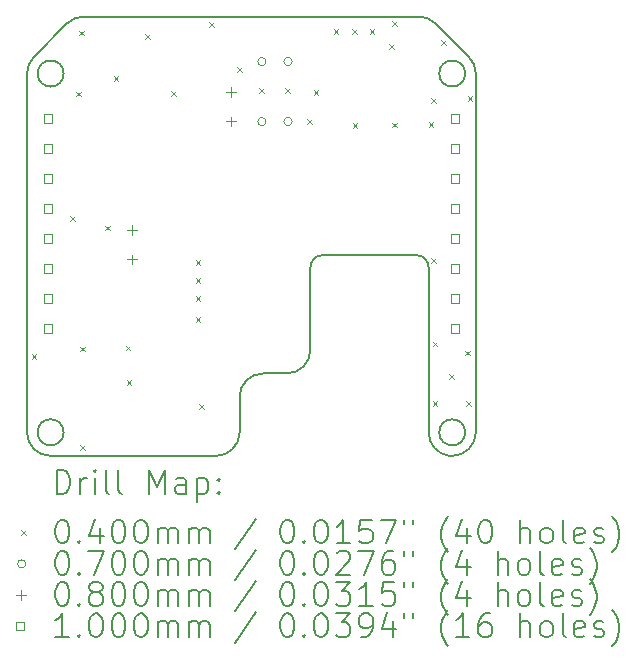
<source format=gbr>
%TF.GenerationSoftware,KiCad,Pcbnew,7.0.11*%
%TF.CreationDate,2025-01-20T01:33:55+09:00*%
%TF.ProjectId,VoltageBooster,566f6c74-6167-4654-926f-6f737465722e,rev?*%
%TF.SameCoordinates,Original*%
%TF.FileFunction,Drillmap*%
%TF.FilePolarity,Positive*%
%FSLAX45Y45*%
G04 Gerber Fmt 4.5, Leading zero omitted, Abs format (unit mm)*
G04 Created by KiCad (PCBNEW 7.0.11) date 2025-01-20 01:33:55*
%MOMM*%
%LPD*%
G01*
G04 APERTURE LIST*
%ADD10C,0.200000*%
%ADD11C,0.100000*%
G04 APERTURE END LIST*
D10*
X17135000Y-11673258D02*
X17135000Y-8636000D01*
X17045000Y-11673258D02*
G75*
G03*
X16825000Y-11673258I-110000J0D01*
G01*
X16825000Y-11673258D02*
G75*
G03*
X17045000Y-11673258I110000J0D01*
G01*
X13676421Y-8211736D02*
X13393579Y-8494579D01*
X16735003Y-11674517D02*
G75*
G03*
X16912600Y-11873258I199997J-3D01*
G01*
X17135000Y-8636000D02*
G75*
G03*
X17076421Y-8494579I-200000J0D01*
G01*
X15835000Y-10174517D02*
X16635000Y-10174517D01*
X15535000Y-11174520D02*
G75*
G03*
X15735000Y-10974517I0J200000D01*
G01*
X13817843Y-8153160D02*
G75*
G03*
X13676421Y-8211736I-3J-200000D01*
G01*
X16652157Y-8153157D02*
X13817843Y-8153157D01*
X13335000Y-8636000D02*
X13335000Y-11673258D01*
X14935000Y-11873260D02*
G75*
G03*
X15135000Y-11673258I0J200000D01*
G01*
X17076421Y-8494579D02*
X16793579Y-8211736D01*
X17045000Y-8636000D02*
G75*
G03*
X16825000Y-8636000I-110000J0D01*
G01*
X16825000Y-8636000D02*
G75*
G03*
X17045000Y-8636000I110000J0D01*
G01*
X16912600Y-11873258D02*
X16935000Y-11873258D01*
X16735003Y-10274517D02*
G75*
G03*
X16635000Y-10174517I-100003J-3D01*
G01*
X16935000Y-11873260D02*
G75*
G03*
X17135000Y-11673258I0J200000D01*
G01*
X13393579Y-8494579D02*
G75*
G03*
X13335000Y-8636000I141421J-141421D01*
G01*
X16793581Y-8211734D02*
G75*
G03*
X16652157Y-8153157I-141421J-141426D01*
G01*
X16735000Y-10274517D02*
X16735000Y-11674517D01*
X13645000Y-8636000D02*
G75*
G03*
X13425000Y-8636000I-110000J0D01*
G01*
X13425000Y-8636000D02*
G75*
G03*
X13645000Y-8636000I110000J0D01*
G01*
X15335000Y-11174517D02*
X15535000Y-11174517D01*
X15135000Y-11673258D02*
X15135000Y-11374517D01*
X15735000Y-10974517D02*
X15735000Y-10274517D01*
X13535000Y-11873258D02*
X14935000Y-11873258D01*
X13335002Y-11673258D02*
G75*
G03*
X13535000Y-11873258I199998J-2D01*
G01*
X15835000Y-10174520D02*
G75*
G03*
X15735000Y-10274517I0J-100000D01*
G01*
X13645000Y-11673258D02*
G75*
G03*
X13425000Y-11673258I-110000J0D01*
G01*
X13425000Y-11673258D02*
G75*
G03*
X13645000Y-11673258I110000J0D01*
G01*
X15335000Y-11174520D02*
G75*
G03*
X15135000Y-11374517I0J-200000D01*
G01*
D11*
X13374000Y-11011000D02*
X13414000Y-11051000D01*
X13414000Y-11011000D02*
X13374000Y-11051000D01*
X13700000Y-9841000D02*
X13740000Y-9881000D01*
X13740000Y-9841000D02*
X13700000Y-9881000D01*
X13751000Y-8790000D02*
X13791000Y-8830000D01*
X13791000Y-8790000D02*
X13751000Y-8830000D01*
X13777000Y-8273000D02*
X13817000Y-8313000D01*
X13817000Y-8273000D02*
X13777000Y-8313000D01*
X13783000Y-10949000D02*
X13823000Y-10989000D01*
X13823000Y-10949000D02*
X13783000Y-10989000D01*
X13784000Y-11783000D02*
X13824000Y-11823000D01*
X13824000Y-11783000D02*
X13784000Y-11823000D01*
X13998000Y-9923000D02*
X14038000Y-9963000D01*
X14038000Y-9923000D02*
X13998000Y-9963000D01*
X14069000Y-8656000D02*
X14109000Y-8696000D01*
X14109000Y-8656000D02*
X14069000Y-8696000D01*
X14170000Y-10939000D02*
X14210000Y-10979000D01*
X14210000Y-10939000D02*
X14170000Y-10979000D01*
X14178600Y-11232200D02*
X14218600Y-11272200D01*
X14218600Y-11232200D02*
X14178600Y-11272200D01*
X14333000Y-8303000D02*
X14373000Y-8343000D01*
X14373000Y-8303000D02*
X14333000Y-8343000D01*
X14558000Y-8783000D02*
X14598000Y-8823000D01*
X14598000Y-8783000D02*
X14558000Y-8823000D01*
X14762800Y-10216200D02*
X14802800Y-10256200D01*
X14802800Y-10216200D02*
X14762800Y-10256200D01*
X14762800Y-10368600D02*
X14802800Y-10408600D01*
X14802800Y-10368600D02*
X14762800Y-10408600D01*
X14762800Y-10521000D02*
X14802800Y-10561000D01*
X14802800Y-10521000D02*
X14762800Y-10561000D01*
X14762800Y-10698800D02*
X14802800Y-10738800D01*
X14802800Y-10698800D02*
X14762800Y-10738800D01*
X14791000Y-11437000D02*
X14831000Y-11477000D01*
X14831000Y-11437000D02*
X14791000Y-11477000D01*
X14879000Y-8201000D02*
X14919000Y-8241000D01*
X14919000Y-8201000D02*
X14879000Y-8241000D01*
X15114000Y-8580000D02*
X15154000Y-8620000D01*
X15154000Y-8580000D02*
X15114000Y-8620000D01*
X15301000Y-8761000D02*
X15341000Y-8801000D01*
X15341000Y-8761000D02*
X15301000Y-8801000D01*
X15522000Y-8762000D02*
X15562000Y-8802000D01*
X15562000Y-8762000D02*
X15522000Y-8802000D01*
X15706000Y-9024000D02*
X15746000Y-9064000D01*
X15746000Y-9024000D02*
X15706000Y-9064000D01*
X15762000Y-8779000D02*
X15802000Y-8819000D01*
X15802000Y-8779000D02*
X15762000Y-8819000D01*
X15931200Y-8260400D02*
X15971200Y-8300400D01*
X15971200Y-8260400D02*
X15931200Y-8300400D01*
X16087400Y-8260400D02*
X16127400Y-8300400D01*
X16127400Y-8260400D02*
X16087400Y-8300400D01*
X16093000Y-9053000D02*
X16133000Y-9093000D01*
X16133000Y-9053000D02*
X16093000Y-9093000D01*
X16236000Y-8260400D02*
X16276000Y-8300400D01*
X16276000Y-8260400D02*
X16236000Y-8300400D01*
X16403000Y-8389000D02*
X16443000Y-8429000D01*
X16443000Y-8389000D02*
X16403000Y-8429000D01*
X16424000Y-9051000D02*
X16464000Y-9091000D01*
X16464000Y-9051000D02*
X16424000Y-9091000D01*
X16426000Y-8194000D02*
X16466000Y-8234000D01*
X16466000Y-8194000D02*
X16426000Y-8234000D01*
X16736000Y-9050000D02*
X16776000Y-9090000D01*
X16776000Y-9050000D02*
X16736000Y-9090000D01*
X16757000Y-10199000D02*
X16797000Y-10239000D01*
X16797000Y-10199000D02*
X16757000Y-10239000D01*
X16759000Y-8847000D02*
X16799000Y-8887000D01*
X16799000Y-8847000D02*
X16759000Y-8887000D01*
X16769000Y-11409000D02*
X16809000Y-11449000D01*
X16809000Y-11409000D02*
X16769000Y-11449000D01*
X16770000Y-10906000D02*
X16810000Y-10946000D01*
X16810000Y-10906000D02*
X16770000Y-10946000D01*
X16843000Y-8351000D02*
X16883000Y-8391000D01*
X16883000Y-8351000D02*
X16843000Y-8391000D01*
X16911000Y-11178000D02*
X16951000Y-11218000D01*
X16951000Y-11178000D02*
X16911000Y-11218000D01*
X17047000Y-10982000D02*
X17087000Y-11022000D01*
X17087000Y-10982000D02*
X17047000Y-11022000D01*
X17056000Y-11411000D02*
X17096000Y-11451000D01*
X17096000Y-11411000D02*
X17056000Y-11451000D01*
X17066000Y-8826000D02*
X17106000Y-8866000D01*
X17106000Y-8826000D02*
X17066000Y-8866000D01*
X15358800Y-8534900D02*
G75*
G03*
X15288800Y-8534900I-35000J0D01*
G01*
X15288800Y-8534900D02*
G75*
G03*
X15358800Y-8534900I35000J0D01*
G01*
X15358800Y-9042900D02*
G75*
G03*
X15288800Y-9042900I-35000J0D01*
G01*
X15288800Y-9042900D02*
G75*
G03*
X15358800Y-9042900I35000J0D01*
G01*
X15579800Y-8534400D02*
G75*
G03*
X15509800Y-8534400I-35000J0D01*
G01*
X15509800Y-8534400D02*
G75*
G03*
X15579800Y-8534400I35000J0D01*
G01*
X15579800Y-9042400D02*
G75*
G03*
X15509800Y-9042400I-35000J0D01*
G01*
X15509800Y-9042400D02*
G75*
G03*
X15579800Y-9042400I35000J0D01*
G01*
X14224000Y-9918800D02*
X14224000Y-9998800D01*
X14184000Y-9958800D02*
X14264000Y-9958800D01*
X14224000Y-10168800D02*
X14224000Y-10248800D01*
X14184000Y-10208800D02*
X14264000Y-10208800D01*
X15062200Y-8750400D02*
X15062200Y-8830400D01*
X15022200Y-8790400D02*
X15102200Y-8790400D01*
X15062200Y-9000400D02*
X15062200Y-9080400D01*
X15022200Y-9040400D02*
X15102200Y-9040400D01*
X13548156Y-9052356D02*
X13548156Y-8981644D01*
X13477444Y-8981644D01*
X13477444Y-9052356D01*
X13548156Y-9052356D01*
X13548156Y-9306356D02*
X13548156Y-9235644D01*
X13477444Y-9235644D01*
X13477444Y-9306356D01*
X13548156Y-9306356D01*
X13548156Y-9560356D02*
X13548156Y-9489644D01*
X13477444Y-9489644D01*
X13477444Y-9560356D01*
X13548156Y-9560356D01*
X13548156Y-9814356D02*
X13548156Y-9743644D01*
X13477444Y-9743644D01*
X13477444Y-9814356D01*
X13548156Y-9814356D01*
X13548156Y-10068356D02*
X13548156Y-9997644D01*
X13477444Y-9997644D01*
X13477444Y-10068356D01*
X13548156Y-10068356D01*
X13548156Y-10322356D02*
X13548156Y-10251644D01*
X13477444Y-10251644D01*
X13477444Y-10322356D01*
X13548156Y-10322356D01*
X13548156Y-10576356D02*
X13548156Y-10505644D01*
X13477444Y-10505644D01*
X13477444Y-10576356D01*
X13548156Y-10576356D01*
X13548156Y-10830356D02*
X13548156Y-10759644D01*
X13477444Y-10759644D01*
X13477444Y-10830356D01*
X13548156Y-10830356D01*
X16992356Y-9052356D02*
X16992356Y-8981644D01*
X16921644Y-8981644D01*
X16921644Y-9052356D01*
X16992356Y-9052356D01*
X16992356Y-9306356D02*
X16992356Y-9235644D01*
X16921644Y-9235644D01*
X16921644Y-9306356D01*
X16992356Y-9306356D01*
X16992356Y-9560356D02*
X16992356Y-9489644D01*
X16921644Y-9489644D01*
X16921644Y-9560356D01*
X16992356Y-9560356D01*
X16992356Y-9814356D02*
X16992356Y-9743644D01*
X16921644Y-9743644D01*
X16921644Y-9814356D01*
X16992356Y-9814356D01*
X16992356Y-10068356D02*
X16992356Y-9997644D01*
X16921644Y-9997644D01*
X16921644Y-10068356D01*
X16992356Y-10068356D01*
X16992356Y-10322356D02*
X16992356Y-10251644D01*
X16921644Y-10251644D01*
X16921644Y-10322356D01*
X16992356Y-10322356D01*
X16992356Y-10576356D02*
X16992356Y-10505644D01*
X16921644Y-10505644D01*
X16921644Y-10576356D01*
X16992356Y-10576356D01*
X16992356Y-10830356D02*
X16992356Y-10759644D01*
X16921644Y-10759644D01*
X16921644Y-10830356D01*
X16992356Y-10830356D01*
D10*
X13585777Y-12194742D02*
X13585777Y-11994742D01*
X13585777Y-11994742D02*
X13633396Y-11994742D01*
X13633396Y-11994742D02*
X13661967Y-12004266D01*
X13661967Y-12004266D02*
X13681015Y-12023314D01*
X13681015Y-12023314D02*
X13690539Y-12042361D01*
X13690539Y-12042361D02*
X13700062Y-12080456D01*
X13700062Y-12080456D02*
X13700062Y-12109028D01*
X13700062Y-12109028D02*
X13690539Y-12147123D01*
X13690539Y-12147123D02*
X13681015Y-12166171D01*
X13681015Y-12166171D02*
X13661967Y-12185218D01*
X13661967Y-12185218D02*
X13633396Y-12194742D01*
X13633396Y-12194742D02*
X13585777Y-12194742D01*
X13785777Y-12194742D02*
X13785777Y-12061409D01*
X13785777Y-12099504D02*
X13795301Y-12080456D01*
X13795301Y-12080456D02*
X13804824Y-12070933D01*
X13804824Y-12070933D02*
X13823872Y-12061409D01*
X13823872Y-12061409D02*
X13842920Y-12061409D01*
X13909586Y-12194742D02*
X13909586Y-12061409D01*
X13909586Y-11994742D02*
X13900062Y-12004266D01*
X13900062Y-12004266D02*
X13909586Y-12013790D01*
X13909586Y-12013790D02*
X13919110Y-12004266D01*
X13919110Y-12004266D02*
X13909586Y-11994742D01*
X13909586Y-11994742D02*
X13909586Y-12013790D01*
X14033396Y-12194742D02*
X14014348Y-12185218D01*
X14014348Y-12185218D02*
X14004824Y-12166171D01*
X14004824Y-12166171D02*
X14004824Y-11994742D01*
X14138158Y-12194742D02*
X14119110Y-12185218D01*
X14119110Y-12185218D02*
X14109586Y-12166171D01*
X14109586Y-12166171D02*
X14109586Y-11994742D01*
X14366729Y-12194742D02*
X14366729Y-11994742D01*
X14366729Y-11994742D02*
X14433396Y-12137599D01*
X14433396Y-12137599D02*
X14500062Y-11994742D01*
X14500062Y-11994742D02*
X14500062Y-12194742D01*
X14681015Y-12194742D02*
X14681015Y-12089980D01*
X14681015Y-12089980D02*
X14671491Y-12070933D01*
X14671491Y-12070933D02*
X14652443Y-12061409D01*
X14652443Y-12061409D02*
X14614348Y-12061409D01*
X14614348Y-12061409D02*
X14595301Y-12070933D01*
X14681015Y-12185218D02*
X14661967Y-12194742D01*
X14661967Y-12194742D02*
X14614348Y-12194742D01*
X14614348Y-12194742D02*
X14595301Y-12185218D01*
X14595301Y-12185218D02*
X14585777Y-12166171D01*
X14585777Y-12166171D02*
X14585777Y-12147123D01*
X14585777Y-12147123D02*
X14595301Y-12128075D01*
X14595301Y-12128075D02*
X14614348Y-12118552D01*
X14614348Y-12118552D02*
X14661967Y-12118552D01*
X14661967Y-12118552D02*
X14681015Y-12109028D01*
X14776253Y-12061409D02*
X14776253Y-12261409D01*
X14776253Y-12070933D02*
X14795301Y-12061409D01*
X14795301Y-12061409D02*
X14833396Y-12061409D01*
X14833396Y-12061409D02*
X14852443Y-12070933D01*
X14852443Y-12070933D02*
X14861967Y-12080456D01*
X14861967Y-12080456D02*
X14871491Y-12099504D01*
X14871491Y-12099504D02*
X14871491Y-12156647D01*
X14871491Y-12156647D02*
X14861967Y-12175694D01*
X14861967Y-12175694D02*
X14852443Y-12185218D01*
X14852443Y-12185218D02*
X14833396Y-12194742D01*
X14833396Y-12194742D02*
X14795301Y-12194742D01*
X14795301Y-12194742D02*
X14776253Y-12185218D01*
X14957205Y-12175694D02*
X14966729Y-12185218D01*
X14966729Y-12185218D02*
X14957205Y-12194742D01*
X14957205Y-12194742D02*
X14947682Y-12185218D01*
X14947682Y-12185218D02*
X14957205Y-12175694D01*
X14957205Y-12175694D02*
X14957205Y-12194742D01*
X14957205Y-12070933D02*
X14966729Y-12080456D01*
X14966729Y-12080456D02*
X14957205Y-12089980D01*
X14957205Y-12089980D02*
X14947682Y-12080456D01*
X14947682Y-12080456D02*
X14957205Y-12070933D01*
X14957205Y-12070933D02*
X14957205Y-12089980D01*
D11*
X13285000Y-12503258D02*
X13325000Y-12543258D01*
X13325000Y-12503258D02*
X13285000Y-12543258D01*
D10*
X13623872Y-12414742D02*
X13642920Y-12414742D01*
X13642920Y-12414742D02*
X13661967Y-12424266D01*
X13661967Y-12424266D02*
X13671491Y-12433790D01*
X13671491Y-12433790D02*
X13681015Y-12452837D01*
X13681015Y-12452837D02*
X13690539Y-12490933D01*
X13690539Y-12490933D02*
X13690539Y-12538552D01*
X13690539Y-12538552D02*
X13681015Y-12576647D01*
X13681015Y-12576647D02*
X13671491Y-12595694D01*
X13671491Y-12595694D02*
X13661967Y-12605218D01*
X13661967Y-12605218D02*
X13642920Y-12614742D01*
X13642920Y-12614742D02*
X13623872Y-12614742D01*
X13623872Y-12614742D02*
X13604824Y-12605218D01*
X13604824Y-12605218D02*
X13595301Y-12595694D01*
X13595301Y-12595694D02*
X13585777Y-12576647D01*
X13585777Y-12576647D02*
X13576253Y-12538552D01*
X13576253Y-12538552D02*
X13576253Y-12490933D01*
X13576253Y-12490933D02*
X13585777Y-12452837D01*
X13585777Y-12452837D02*
X13595301Y-12433790D01*
X13595301Y-12433790D02*
X13604824Y-12424266D01*
X13604824Y-12424266D02*
X13623872Y-12414742D01*
X13776253Y-12595694D02*
X13785777Y-12605218D01*
X13785777Y-12605218D02*
X13776253Y-12614742D01*
X13776253Y-12614742D02*
X13766729Y-12605218D01*
X13766729Y-12605218D02*
X13776253Y-12595694D01*
X13776253Y-12595694D02*
X13776253Y-12614742D01*
X13957205Y-12481409D02*
X13957205Y-12614742D01*
X13909586Y-12405218D02*
X13861967Y-12548075D01*
X13861967Y-12548075D02*
X13985777Y-12548075D01*
X14100062Y-12414742D02*
X14119110Y-12414742D01*
X14119110Y-12414742D02*
X14138158Y-12424266D01*
X14138158Y-12424266D02*
X14147682Y-12433790D01*
X14147682Y-12433790D02*
X14157205Y-12452837D01*
X14157205Y-12452837D02*
X14166729Y-12490933D01*
X14166729Y-12490933D02*
X14166729Y-12538552D01*
X14166729Y-12538552D02*
X14157205Y-12576647D01*
X14157205Y-12576647D02*
X14147682Y-12595694D01*
X14147682Y-12595694D02*
X14138158Y-12605218D01*
X14138158Y-12605218D02*
X14119110Y-12614742D01*
X14119110Y-12614742D02*
X14100062Y-12614742D01*
X14100062Y-12614742D02*
X14081015Y-12605218D01*
X14081015Y-12605218D02*
X14071491Y-12595694D01*
X14071491Y-12595694D02*
X14061967Y-12576647D01*
X14061967Y-12576647D02*
X14052443Y-12538552D01*
X14052443Y-12538552D02*
X14052443Y-12490933D01*
X14052443Y-12490933D02*
X14061967Y-12452837D01*
X14061967Y-12452837D02*
X14071491Y-12433790D01*
X14071491Y-12433790D02*
X14081015Y-12424266D01*
X14081015Y-12424266D02*
X14100062Y-12414742D01*
X14290539Y-12414742D02*
X14309586Y-12414742D01*
X14309586Y-12414742D02*
X14328634Y-12424266D01*
X14328634Y-12424266D02*
X14338158Y-12433790D01*
X14338158Y-12433790D02*
X14347682Y-12452837D01*
X14347682Y-12452837D02*
X14357205Y-12490933D01*
X14357205Y-12490933D02*
X14357205Y-12538552D01*
X14357205Y-12538552D02*
X14347682Y-12576647D01*
X14347682Y-12576647D02*
X14338158Y-12595694D01*
X14338158Y-12595694D02*
X14328634Y-12605218D01*
X14328634Y-12605218D02*
X14309586Y-12614742D01*
X14309586Y-12614742D02*
X14290539Y-12614742D01*
X14290539Y-12614742D02*
X14271491Y-12605218D01*
X14271491Y-12605218D02*
X14261967Y-12595694D01*
X14261967Y-12595694D02*
X14252443Y-12576647D01*
X14252443Y-12576647D02*
X14242920Y-12538552D01*
X14242920Y-12538552D02*
X14242920Y-12490933D01*
X14242920Y-12490933D02*
X14252443Y-12452837D01*
X14252443Y-12452837D02*
X14261967Y-12433790D01*
X14261967Y-12433790D02*
X14271491Y-12424266D01*
X14271491Y-12424266D02*
X14290539Y-12414742D01*
X14442920Y-12614742D02*
X14442920Y-12481409D01*
X14442920Y-12500456D02*
X14452443Y-12490933D01*
X14452443Y-12490933D02*
X14471491Y-12481409D01*
X14471491Y-12481409D02*
X14500063Y-12481409D01*
X14500063Y-12481409D02*
X14519110Y-12490933D01*
X14519110Y-12490933D02*
X14528634Y-12509980D01*
X14528634Y-12509980D02*
X14528634Y-12614742D01*
X14528634Y-12509980D02*
X14538158Y-12490933D01*
X14538158Y-12490933D02*
X14557205Y-12481409D01*
X14557205Y-12481409D02*
X14585777Y-12481409D01*
X14585777Y-12481409D02*
X14604824Y-12490933D01*
X14604824Y-12490933D02*
X14614348Y-12509980D01*
X14614348Y-12509980D02*
X14614348Y-12614742D01*
X14709586Y-12614742D02*
X14709586Y-12481409D01*
X14709586Y-12500456D02*
X14719110Y-12490933D01*
X14719110Y-12490933D02*
X14738158Y-12481409D01*
X14738158Y-12481409D02*
X14766729Y-12481409D01*
X14766729Y-12481409D02*
X14785777Y-12490933D01*
X14785777Y-12490933D02*
X14795301Y-12509980D01*
X14795301Y-12509980D02*
X14795301Y-12614742D01*
X14795301Y-12509980D02*
X14804824Y-12490933D01*
X14804824Y-12490933D02*
X14823872Y-12481409D01*
X14823872Y-12481409D02*
X14852443Y-12481409D01*
X14852443Y-12481409D02*
X14871491Y-12490933D01*
X14871491Y-12490933D02*
X14881015Y-12509980D01*
X14881015Y-12509980D02*
X14881015Y-12614742D01*
X15271491Y-12405218D02*
X15100063Y-12662361D01*
X15528634Y-12414742D02*
X15547682Y-12414742D01*
X15547682Y-12414742D02*
X15566729Y-12424266D01*
X15566729Y-12424266D02*
X15576253Y-12433790D01*
X15576253Y-12433790D02*
X15585777Y-12452837D01*
X15585777Y-12452837D02*
X15595301Y-12490933D01*
X15595301Y-12490933D02*
X15595301Y-12538552D01*
X15595301Y-12538552D02*
X15585777Y-12576647D01*
X15585777Y-12576647D02*
X15576253Y-12595694D01*
X15576253Y-12595694D02*
X15566729Y-12605218D01*
X15566729Y-12605218D02*
X15547682Y-12614742D01*
X15547682Y-12614742D02*
X15528634Y-12614742D01*
X15528634Y-12614742D02*
X15509586Y-12605218D01*
X15509586Y-12605218D02*
X15500063Y-12595694D01*
X15500063Y-12595694D02*
X15490539Y-12576647D01*
X15490539Y-12576647D02*
X15481015Y-12538552D01*
X15481015Y-12538552D02*
X15481015Y-12490933D01*
X15481015Y-12490933D02*
X15490539Y-12452837D01*
X15490539Y-12452837D02*
X15500063Y-12433790D01*
X15500063Y-12433790D02*
X15509586Y-12424266D01*
X15509586Y-12424266D02*
X15528634Y-12414742D01*
X15681015Y-12595694D02*
X15690539Y-12605218D01*
X15690539Y-12605218D02*
X15681015Y-12614742D01*
X15681015Y-12614742D02*
X15671491Y-12605218D01*
X15671491Y-12605218D02*
X15681015Y-12595694D01*
X15681015Y-12595694D02*
X15681015Y-12614742D01*
X15814348Y-12414742D02*
X15833396Y-12414742D01*
X15833396Y-12414742D02*
X15852444Y-12424266D01*
X15852444Y-12424266D02*
X15861967Y-12433790D01*
X15861967Y-12433790D02*
X15871491Y-12452837D01*
X15871491Y-12452837D02*
X15881015Y-12490933D01*
X15881015Y-12490933D02*
X15881015Y-12538552D01*
X15881015Y-12538552D02*
X15871491Y-12576647D01*
X15871491Y-12576647D02*
X15861967Y-12595694D01*
X15861967Y-12595694D02*
X15852444Y-12605218D01*
X15852444Y-12605218D02*
X15833396Y-12614742D01*
X15833396Y-12614742D02*
X15814348Y-12614742D01*
X15814348Y-12614742D02*
X15795301Y-12605218D01*
X15795301Y-12605218D02*
X15785777Y-12595694D01*
X15785777Y-12595694D02*
X15776253Y-12576647D01*
X15776253Y-12576647D02*
X15766729Y-12538552D01*
X15766729Y-12538552D02*
X15766729Y-12490933D01*
X15766729Y-12490933D02*
X15776253Y-12452837D01*
X15776253Y-12452837D02*
X15785777Y-12433790D01*
X15785777Y-12433790D02*
X15795301Y-12424266D01*
X15795301Y-12424266D02*
X15814348Y-12414742D01*
X16071491Y-12614742D02*
X15957206Y-12614742D01*
X16014348Y-12614742D02*
X16014348Y-12414742D01*
X16014348Y-12414742D02*
X15995301Y-12443314D01*
X15995301Y-12443314D02*
X15976253Y-12462361D01*
X15976253Y-12462361D02*
X15957206Y-12471885D01*
X16252444Y-12414742D02*
X16157206Y-12414742D01*
X16157206Y-12414742D02*
X16147682Y-12509980D01*
X16147682Y-12509980D02*
X16157206Y-12500456D01*
X16157206Y-12500456D02*
X16176253Y-12490933D01*
X16176253Y-12490933D02*
X16223872Y-12490933D01*
X16223872Y-12490933D02*
X16242920Y-12500456D01*
X16242920Y-12500456D02*
X16252444Y-12509980D01*
X16252444Y-12509980D02*
X16261967Y-12529028D01*
X16261967Y-12529028D02*
X16261967Y-12576647D01*
X16261967Y-12576647D02*
X16252444Y-12595694D01*
X16252444Y-12595694D02*
X16242920Y-12605218D01*
X16242920Y-12605218D02*
X16223872Y-12614742D01*
X16223872Y-12614742D02*
X16176253Y-12614742D01*
X16176253Y-12614742D02*
X16157206Y-12605218D01*
X16157206Y-12605218D02*
X16147682Y-12595694D01*
X16328634Y-12414742D02*
X16461967Y-12414742D01*
X16461967Y-12414742D02*
X16376253Y-12614742D01*
X16528634Y-12414742D02*
X16528634Y-12452837D01*
X16604825Y-12414742D02*
X16604825Y-12452837D01*
X16900063Y-12690933D02*
X16890539Y-12681409D01*
X16890539Y-12681409D02*
X16871491Y-12652837D01*
X16871491Y-12652837D02*
X16861968Y-12633790D01*
X16861968Y-12633790D02*
X16852444Y-12605218D01*
X16852444Y-12605218D02*
X16842920Y-12557599D01*
X16842920Y-12557599D02*
X16842920Y-12519504D01*
X16842920Y-12519504D02*
X16852444Y-12471885D01*
X16852444Y-12471885D02*
X16861968Y-12443314D01*
X16861968Y-12443314D02*
X16871491Y-12424266D01*
X16871491Y-12424266D02*
X16890539Y-12395694D01*
X16890539Y-12395694D02*
X16900063Y-12386171D01*
X17061968Y-12481409D02*
X17061968Y-12614742D01*
X17014349Y-12405218D02*
X16966730Y-12548075D01*
X16966730Y-12548075D02*
X17090539Y-12548075D01*
X17204825Y-12414742D02*
X17223872Y-12414742D01*
X17223872Y-12414742D02*
X17242920Y-12424266D01*
X17242920Y-12424266D02*
X17252444Y-12433790D01*
X17252444Y-12433790D02*
X17261968Y-12452837D01*
X17261968Y-12452837D02*
X17271491Y-12490933D01*
X17271491Y-12490933D02*
X17271491Y-12538552D01*
X17271491Y-12538552D02*
X17261968Y-12576647D01*
X17261968Y-12576647D02*
X17252444Y-12595694D01*
X17252444Y-12595694D02*
X17242920Y-12605218D01*
X17242920Y-12605218D02*
X17223872Y-12614742D01*
X17223872Y-12614742D02*
X17204825Y-12614742D01*
X17204825Y-12614742D02*
X17185777Y-12605218D01*
X17185777Y-12605218D02*
X17176253Y-12595694D01*
X17176253Y-12595694D02*
X17166730Y-12576647D01*
X17166730Y-12576647D02*
X17157206Y-12538552D01*
X17157206Y-12538552D02*
X17157206Y-12490933D01*
X17157206Y-12490933D02*
X17166730Y-12452837D01*
X17166730Y-12452837D02*
X17176253Y-12433790D01*
X17176253Y-12433790D02*
X17185777Y-12424266D01*
X17185777Y-12424266D02*
X17204825Y-12414742D01*
X17509587Y-12614742D02*
X17509587Y-12414742D01*
X17595301Y-12614742D02*
X17595301Y-12509980D01*
X17595301Y-12509980D02*
X17585777Y-12490933D01*
X17585777Y-12490933D02*
X17566730Y-12481409D01*
X17566730Y-12481409D02*
X17538158Y-12481409D01*
X17538158Y-12481409D02*
X17519111Y-12490933D01*
X17519111Y-12490933D02*
X17509587Y-12500456D01*
X17719111Y-12614742D02*
X17700063Y-12605218D01*
X17700063Y-12605218D02*
X17690539Y-12595694D01*
X17690539Y-12595694D02*
X17681015Y-12576647D01*
X17681015Y-12576647D02*
X17681015Y-12519504D01*
X17681015Y-12519504D02*
X17690539Y-12500456D01*
X17690539Y-12500456D02*
X17700063Y-12490933D01*
X17700063Y-12490933D02*
X17719111Y-12481409D01*
X17719111Y-12481409D02*
X17747682Y-12481409D01*
X17747682Y-12481409D02*
X17766730Y-12490933D01*
X17766730Y-12490933D02*
X17776253Y-12500456D01*
X17776253Y-12500456D02*
X17785777Y-12519504D01*
X17785777Y-12519504D02*
X17785777Y-12576647D01*
X17785777Y-12576647D02*
X17776253Y-12595694D01*
X17776253Y-12595694D02*
X17766730Y-12605218D01*
X17766730Y-12605218D02*
X17747682Y-12614742D01*
X17747682Y-12614742D02*
X17719111Y-12614742D01*
X17900063Y-12614742D02*
X17881015Y-12605218D01*
X17881015Y-12605218D02*
X17871492Y-12586171D01*
X17871492Y-12586171D02*
X17871492Y-12414742D01*
X18052444Y-12605218D02*
X18033396Y-12614742D01*
X18033396Y-12614742D02*
X17995301Y-12614742D01*
X17995301Y-12614742D02*
X17976253Y-12605218D01*
X17976253Y-12605218D02*
X17966730Y-12586171D01*
X17966730Y-12586171D02*
X17966730Y-12509980D01*
X17966730Y-12509980D02*
X17976253Y-12490933D01*
X17976253Y-12490933D02*
X17995301Y-12481409D01*
X17995301Y-12481409D02*
X18033396Y-12481409D01*
X18033396Y-12481409D02*
X18052444Y-12490933D01*
X18052444Y-12490933D02*
X18061968Y-12509980D01*
X18061968Y-12509980D02*
X18061968Y-12529028D01*
X18061968Y-12529028D02*
X17966730Y-12548075D01*
X18138158Y-12605218D02*
X18157206Y-12614742D01*
X18157206Y-12614742D02*
X18195301Y-12614742D01*
X18195301Y-12614742D02*
X18214349Y-12605218D01*
X18214349Y-12605218D02*
X18223873Y-12586171D01*
X18223873Y-12586171D02*
X18223873Y-12576647D01*
X18223873Y-12576647D02*
X18214349Y-12557599D01*
X18214349Y-12557599D02*
X18195301Y-12548075D01*
X18195301Y-12548075D02*
X18166730Y-12548075D01*
X18166730Y-12548075D02*
X18147682Y-12538552D01*
X18147682Y-12538552D02*
X18138158Y-12519504D01*
X18138158Y-12519504D02*
X18138158Y-12509980D01*
X18138158Y-12509980D02*
X18147682Y-12490933D01*
X18147682Y-12490933D02*
X18166730Y-12481409D01*
X18166730Y-12481409D02*
X18195301Y-12481409D01*
X18195301Y-12481409D02*
X18214349Y-12490933D01*
X18290539Y-12690933D02*
X18300063Y-12681409D01*
X18300063Y-12681409D02*
X18319111Y-12652837D01*
X18319111Y-12652837D02*
X18328634Y-12633790D01*
X18328634Y-12633790D02*
X18338158Y-12605218D01*
X18338158Y-12605218D02*
X18347682Y-12557599D01*
X18347682Y-12557599D02*
X18347682Y-12519504D01*
X18347682Y-12519504D02*
X18338158Y-12471885D01*
X18338158Y-12471885D02*
X18328634Y-12443314D01*
X18328634Y-12443314D02*
X18319111Y-12424266D01*
X18319111Y-12424266D02*
X18300063Y-12395694D01*
X18300063Y-12395694D02*
X18290539Y-12386171D01*
D11*
X13325000Y-12787258D02*
G75*
G03*
X13255000Y-12787258I-35000J0D01*
G01*
X13255000Y-12787258D02*
G75*
G03*
X13325000Y-12787258I35000J0D01*
G01*
D10*
X13623872Y-12678742D02*
X13642920Y-12678742D01*
X13642920Y-12678742D02*
X13661967Y-12688266D01*
X13661967Y-12688266D02*
X13671491Y-12697790D01*
X13671491Y-12697790D02*
X13681015Y-12716837D01*
X13681015Y-12716837D02*
X13690539Y-12754933D01*
X13690539Y-12754933D02*
X13690539Y-12802552D01*
X13690539Y-12802552D02*
X13681015Y-12840647D01*
X13681015Y-12840647D02*
X13671491Y-12859694D01*
X13671491Y-12859694D02*
X13661967Y-12869218D01*
X13661967Y-12869218D02*
X13642920Y-12878742D01*
X13642920Y-12878742D02*
X13623872Y-12878742D01*
X13623872Y-12878742D02*
X13604824Y-12869218D01*
X13604824Y-12869218D02*
X13595301Y-12859694D01*
X13595301Y-12859694D02*
X13585777Y-12840647D01*
X13585777Y-12840647D02*
X13576253Y-12802552D01*
X13576253Y-12802552D02*
X13576253Y-12754933D01*
X13576253Y-12754933D02*
X13585777Y-12716837D01*
X13585777Y-12716837D02*
X13595301Y-12697790D01*
X13595301Y-12697790D02*
X13604824Y-12688266D01*
X13604824Y-12688266D02*
X13623872Y-12678742D01*
X13776253Y-12859694D02*
X13785777Y-12869218D01*
X13785777Y-12869218D02*
X13776253Y-12878742D01*
X13776253Y-12878742D02*
X13766729Y-12869218D01*
X13766729Y-12869218D02*
X13776253Y-12859694D01*
X13776253Y-12859694D02*
X13776253Y-12878742D01*
X13852443Y-12678742D02*
X13985777Y-12678742D01*
X13985777Y-12678742D02*
X13900062Y-12878742D01*
X14100062Y-12678742D02*
X14119110Y-12678742D01*
X14119110Y-12678742D02*
X14138158Y-12688266D01*
X14138158Y-12688266D02*
X14147682Y-12697790D01*
X14147682Y-12697790D02*
X14157205Y-12716837D01*
X14157205Y-12716837D02*
X14166729Y-12754933D01*
X14166729Y-12754933D02*
X14166729Y-12802552D01*
X14166729Y-12802552D02*
X14157205Y-12840647D01*
X14157205Y-12840647D02*
X14147682Y-12859694D01*
X14147682Y-12859694D02*
X14138158Y-12869218D01*
X14138158Y-12869218D02*
X14119110Y-12878742D01*
X14119110Y-12878742D02*
X14100062Y-12878742D01*
X14100062Y-12878742D02*
X14081015Y-12869218D01*
X14081015Y-12869218D02*
X14071491Y-12859694D01*
X14071491Y-12859694D02*
X14061967Y-12840647D01*
X14061967Y-12840647D02*
X14052443Y-12802552D01*
X14052443Y-12802552D02*
X14052443Y-12754933D01*
X14052443Y-12754933D02*
X14061967Y-12716837D01*
X14061967Y-12716837D02*
X14071491Y-12697790D01*
X14071491Y-12697790D02*
X14081015Y-12688266D01*
X14081015Y-12688266D02*
X14100062Y-12678742D01*
X14290539Y-12678742D02*
X14309586Y-12678742D01*
X14309586Y-12678742D02*
X14328634Y-12688266D01*
X14328634Y-12688266D02*
X14338158Y-12697790D01*
X14338158Y-12697790D02*
X14347682Y-12716837D01*
X14347682Y-12716837D02*
X14357205Y-12754933D01*
X14357205Y-12754933D02*
X14357205Y-12802552D01*
X14357205Y-12802552D02*
X14347682Y-12840647D01*
X14347682Y-12840647D02*
X14338158Y-12859694D01*
X14338158Y-12859694D02*
X14328634Y-12869218D01*
X14328634Y-12869218D02*
X14309586Y-12878742D01*
X14309586Y-12878742D02*
X14290539Y-12878742D01*
X14290539Y-12878742D02*
X14271491Y-12869218D01*
X14271491Y-12869218D02*
X14261967Y-12859694D01*
X14261967Y-12859694D02*
X14252443Y-12840647D01*
X14252443Y-12840647D02*
X14242920Y-12802552D01*
X14242920Y-12802552D02*
X14242920Y-12754933D01*
X14242920Y-12754933D02*
X14252443Y-12716837D01*
X14252443Y-12716837D02*
X14261967Y-12697790D01*
X14261967Y-12697790D02*
X14271491Y-12688266D01*
X14271491Y-12688266D02*
X14290539Y-12678742D01*
X14442920Y-12878742D02*
X14442920Y-12745409D01*
X14442920Y-12764456D02*
X14452443Y-12754933D01*
X14452443Y-12754933D02*
X14471491Y-12745409D01*
X14471491Y-12745409D02*
X14500063Y-12745409D01*
X14500063Y-12745409D02*
X14519110Y-12754933D01*
X14519110Y-12754933D02*
X14528634Y-12773980D01*
X14528634Y-12773980D02*
X14528634Y-12878742D01*
X14528634Y-12773980D02*
X14538158Y-12754933D01*
X14538158Y-12754933D02*
X14557205Y-12745409D01*
X14557205Y-12745409D02*
X14585777Y-12745409D01*
X14585777Y-12745409D02*
X14604824Y-12754933D01*
X14604824Y-12754933D02*
X14614348Y-12773980D01*
X14614348Y-12773980D02*
X14614348Y-12878742D01*
X14709586Y-12878742D02*
X14709586Y-12745409D01*
X14709586Y-12764456D02*
X14719110Y-12754933D01*
X14719110Y-12754933D02*
X14738158Y-12745409D01*
X14738158Y-12745409D02*
X14766729Y-12745409D01*
X14766729Y-12745409D02*
X14785777Y-12754933D01*
X14785777Y-12754933D02*
X14795301Y-12773980D01*
X14795301Y-12773980D02*
X14795301Y-12878742D01*
X14795301Y-12773980D02*
X14804824Y-12754933D01*
X14804824Y-12754933D02*
X14823872Y-12745409D01*
X14823872Y-12745409D02*
X14852443Y-12745409D01*
X14852443Y-12745409D02*
X14871491Y-12754933D01*
X14871491Y-12754933D02*
X14881015Y-12773980D01*
X14881015Y-12773980D02*
X14881015Y-12878742D01*
X15271491Y-12669218D02*
X15100063Y-12926361D01*
X15528634Y-12678742D02*
X15547682Y-12678742D01*
X15547682Y-12678742D02*
X15566729Y-12688266D01*
X15566729Y-12688266D02*
X15576253Y-12697790D01*
X15576253Y-12697790D02*
X15585777Y-12716837D01*
X15585777Y-12716837D02*
X15595301Y-12754933D01*
X15595301Y-12754933D02*
X15595301Y-12802552D01*
X15595301Y-12802552D02*
X15585777Y-12840647D01*
X15585777Y-12840647D02*
X15576253Y-12859694D01*
X15576253Y-12859694D02*
X15566729Y-12869218D01*
X15566729Y-12869218D02*
X15547682Y-12878742D01*
X15547682Y-12878742D02*
X15528634Y-12878742D01*
X15528634Y-12878742D02*
X15509586Y-12869218D01*
X15509586Y-12869218D02*
X15500063Y-12859694D01*
X15500063Y-12859694D02*
X15490539Y-12840647D01*
X15490539Y-12840647D02*
X15481015Y-12802552D01*
X15481015Y-12802552D02*
X15481015Y-12754933D01*
X15481015Y-12754933D02*
X15490539Y-12716837D01*
X15490539Y-12716837D02*
X15500063Y-12697790D01*
X15500063Y-12697790D02*
X15509586Y-12688266D01*
X15509586Y-12688266D02*
X15528634Y-12678742D01*
X15681015Y-12859694D02*
X15690539Y-12869218D01*
X15690539Y-12869218D02*
X15681015Y-12878742D01*
X15681015Y-12878742D02*
X15671491Y-12869218D01*
X15671491Y-12869218D02*
X15681015Y-12859694D01*
X15681015Y-12859694D02*
X15681015Y-12878742D01*
X15814348Y-12678742D02*
X15833396Y-12678742D01*
X15833396Y-12678742D02*
X15852444Y-12688266D01*
X15852444Y-12688266D02*
X15861967Y-12697790D01*
X15861967Y-12697790D02*
X15871491Y-12716837D01*
X15871491Y-12716837D02*
X15881015Y-12754933D01*
X15881015Y-12754933D02*
X15881015Y-12802552D01*
X15881015Y-12802552D02*
X15871491Y-12840647D01*
X15871491Y-12840647D02*
X15861967Y-12859694D01*
X15861967Y-12859694D02*
X15852444Y-12869218D01*
X15852444Y-12869218D02*
X15833396Y-12878742D01*
X15833396Y-12878742D02*
X15814348Y-12878742D01*
X15814348Y-12878742D02*
X15795301Y-12869218D01*
X15795301Y-12869218D02*
X15785777Y-12859694D01*
X15785777Y-12859694D02*
X15776253Y-12840647D01*
X15776253Y-12840647D02*
X15766729Y-12802552D01*
X15766729Y-12802552D02*
X15766729Y-12754933D01*
X15766729Y-12754933D02*
X15776253Y-12716837D01*
X15776253Y-12716837D02*
X15785777Y-12697790D01*
X15785777Y-12697790D02*
X15795301Y-12688266D01*
X15795301Y-12688266D02*
X15814348Y-12678742D01*
X15957206Y-12697790D02*
X15966729Y-12688266D01*
X15966729Y-12688266D02*
X15985777Y-12678742D01*
X15985777Y-12678742D02*
X16033396Y-12678742D01*
X16033396Y-12678742D02*
X16052444Y-12688266D01*
X16052444Y-12688266D02*
X16061967Y-12697790D01*
X16061967Y-12697790D02*
X16071491Y-12716837D01*
X16071491Y-12716837D02*
X16071491Y-12735885D01*
X16071491Y-12735885D02*
X16061967Y-12764456D01*
X16061967Y-12764456D02*
X15947682Y-12878742D01*
X15947682Y-12878742D02*
X16071491Y-12878742D01*
X16138158Y-12678742D02*
X16271491Y-12678742D01*
X16271491Y-12678742D02*
X16185777Y-12878742D01*
X16433396Y-12678742D02*
X16395301Y-12678742D01*
X16395301Y-12678742D02*
X16376253Y-12688266D01*
X16376253Y-12688266D02*
X16366729Y-12697790D01*
X16366729Y-12697790D02*
X16347682Y-12726361D01*
X16347682Y-12726361D02*
X16338158Y-12764456D01*
X16338158Y-12764456D02*
X16338158Y-12840647D01*
X16338158Y-12840647D02*
X16347682Y-12859694D01*
X16347682Y-12859694D02*
X16357206Y-12869218D01*
X16357206Y-12869218D02*
X16376253Y-12878742D01*
X16376253Y-12878742D02*
X16414348Y-12878742D01*
X16414348Y-12878742D02*
X16433396Y-12869218D01*
X16433396Y-12869218D02*
X16442920Y-12859694D01*
X16442920Y-12859694D02*
X16452444Y-12840647D01*
X16452444Y-12840647D02*
X16452444Y-12793028D01*
X16452444Y-12793028D02*
X16442920Y-12773980D01*
X16442920Y-12773980D02*
X16433396Y-12764456D01*
X16433396Y-12764456D02*
X16414348Y-12754933D01*
X16414348Y-12754933D02*
X16376253Y-12754933D01*
X16376253Y-12754933D02*
X16357206Y-12764456D01*
X16357206Y-12764456D02*
X16347682Y-12773980D01*
X16347682Y-12773980D02*
X16338158Y-12793028D01*
X16528634Y-12678742D02*
X16528634Y-12716837D01*
X16604825Y-12678742D02*
X16604825Y-12716837D01*
X16900063Y-12954933D02*
X16890539Y-12945409D01*
X16890539Y-12945409D02*
X16871491Y-12916837D01*
X16871491Y-12916837D02*
X16861968Y-12897790D01*
X16861968Y-12897790D02*
X16852444Y-12869218D01*
X16852444Y-12869218D02*
X16842920Y-12821599D01*
X16842920Y-12821599D02*
X16842920Y-12783504D01*
X16842920Y-12783504D02*
X16852444Y-12735885D01*
X16852444Y-12735885D02*
X16861968Y-12707314D01*
X16861968Y-12707314D02*
X16871491Y-12688266D01*
X16871491Y-12688266D02*
X16890539Y-12659694D01*
X16890539Y-12659694D02*
X16900063Y-12650171D01*
X17061968Y-12745409D02*
X17061968Y-12878742D01*
X17014349Y-12669218D02*
X16966730Y-12812075D01*
X16966730Y-12812075D02*
X17090539Y-12812075D01*
X17319111Y-12878742D02*
X17319111Y-12678742D01*
X17404825Y-12878742D02*
X17404825Y-12773980D01*
X17404825Y-12773980D02*
X17395301Y-12754933D01*
X17395301Y-12754933D02*
X17376253Y-12745409D01*
X17376253Y-12745409D02*
X17347682Y-12745409D01*
X17347682Y-12745409D02*
X17328634Y-12754933D01*
X17328634Y-12754933D02*
X17319111Y-12764456D01*
X17528634Y-12878742D02*
X17509587Y-12869218D01*
X17509587Y-12869218D02*
X17500063Y-12859694D01*
X17500063Y-12859694D02*
X17490539Y-12840647D01*
X17490539Y-12840647D02*
X17490539Y-12783504D01*
X17490539Y-12783504D02*
X17500063Y-12764456D01*
X17500063Y-12764456D02*
X17509587Y-12754933D01*
X17509587Y-12754933D02*
X17528634Y-12745409D01*
X17528634Y-12745409D02*
X17557206Y-12745409D01*
X17557206Y-12745409D02*
X17576253Y-12754933D01*
X17576253Y-12754933D02*
X17585777Y-12764456D01*
X17585777Y-12764456D02*
X17595301Y-12783504D01*
X17595301Y-12783504D02*
X17595301Y-12840647D01*
X17595301Y-12840647D02*
X17585777Y-12859694D01*
X17585777Y-12859694D02*
X17576253Y-12869218D01*
X17576253Y-12869218D02*
X17557206Y-12878742D01*
X17557206Y-12878742D02*
X17528634Y-12878742D01*
X17709587Y-12878742D02*
X17690539Y-12869218D01*
X17690539Y-12869218D02*
X17681015Y-12850171D01*
X17681015Y-12850171D02*
X17681015Y-12678742D01*
X17861968Y-12869218D02*
X17842920Y-12878742D01*
X17842920Y-12878742D02*
X17804825Y-12878742D01*
X17804825Y-12878742D02*
X17785777Y-12869218D01*
X17785777Y-12869218D02*
X17776253Y-12850171D01*
X17776253Y-12850171D02*
X17776253Y-12773980D01*
X17776253Y-12773980D02*
X17785777Y-12754933D01*
X17785777Y-12754933D02*
X17804825Y-12745409D01*
X17804825Y-12745409D02*
X17842920Y-12745409D01*
X17842920Y-12745409D02*
X17861968Y-12754933D01*
X17861968Y-12754933D02*
X17871492Y-12773980D01*
X17871492Y-12773980D02*
X17871492Y-12793028D01*
X17871492Y-12793028D02*
X17776253Y-12812075D01*
X17947682Y-12869218D02*
X17966730Y-12878742D01*
X17966730Y-12878742D02*
X18004825Y-12878742D01*
X18004825Y-12878742D02*
X18023873Y-12869218D01*
X18023873Y-12869218D02*
X18033396Y-12850171D01*
X18033396Y-12850171D02*
X18033396Y-12840647D01*
X18033396Y-12840647D02*
X18023873Y-12821599D01*
X18023873Y-12821599D02*
X18004825Y-12812075D01*
X18004825Y-12812075D02*
X17976253Y-12812075D01*
X17976253Y-12812075D02*
X17957206Y-12802552D01*
X17957206Y-12802552D02*
X17947682Y-12783504D01*
X17947682Y-12783504D02*
X17947682Y-12773980D01*
X17947682Y-12773980D02*
X17957206Y-12754933D01*
X17957206Y-12754933D02*
X17976253Y-12745409D01*
X17976253Y-12745409D02*
X18004825Y-12745409D01*
X18004825Y-12745409D02*
X18023873Y-12754933D01*
X18100063Y-12954933D02*
X18109587Y-12945409D01*
X18109587Y-12945409D02*
X18128634Y-12916837D01*
X18128634Y-12916837D02*
X18138158Y-12897790D01*
X18138158Y-12897790D02*
X18147682Y-12869218D01*
X18147682Y-12869218D02*
X18157206Y-12821599D01*
X18157206Y-12821599D02*
X18157206Y-12783504D01*
X18157206Y-12783504D02*
X18147682Y-12735885D01*
X18147682Y-12735885D02*
X18138158Y-12707314D01*
X18138158Y-12707314D02*
X18128634Y-12688266D01*
X18128634Y-12688266D02*
X18109587Y-12659694D01*
X18109587Y-12659694D02*
X18100063Y-12650171D01*
D11*
X13285000Y-13011258D02*
X13285000Y-13091258D01*
X13245000Y-13051258D02*
X13325000Y-13051258D01*
D10*
X13623872Y-12942742D02*
X13642920Y-12942742D01*
X13642920Y-12942742D02*
X13661967Y-12952266D01*
X13661967Y-12952266D02*
X13671491Y-12961790D01*
X13671491Y-12961790D02*
X13681015Y-12980837D01*
X13681015Y-12980837D02*
X13690539Y-13018933D01*
X13690539Y-13018933D02*
X13690539Y-13066552D01*
X13690539Y-13066552D02*
X13681015Y-13104647D01*
X13681015Y-13104647D02*
X13671491Y-13123694D01*
X13671491Y-13123694D02*
X13661967Y-13133218D01*
X13661967Y-13133218D02*
X13642920Y-13142742D01*
X13642920Y-13142742D02*
X13623872Y-13142742D01*
X13623872Y-13142742D02*
X13604824Y-13133218D01*
X13604824Y-13133218D02*
X13595301Y-13123694D01*
X13595301Y-13123694D02*
X13585777Y-13104647D01*
X13585777Y-13104647D02*
X13576253Y-13066552D01*
X13576253Y-13066552D02*
X13576253Y-13018933D01*
X13576253Y-13018933D02*
X13585777Y-12980837D01*
X13585777Y-12980837D02*
X13595301Y-12961790D01*
X13595301Y-12961790D02*
X13604824Y-12952266D01*
X13604824Y-12952266D02*
X13623872Y-12942742D01*
X13776253Y-13123694D02*
X13785777Y-13133218D01*
X13785777Y-13133218D02*
X13776253Y-13142742D01*
X13776253Y-13142742D02*
X13766729Y-13133218D01*
X13766729Y-13133218D02*
X13776253Y-13123694D01*
X13776253Y-13123694D02*
X13776253Y-13142742D01*
X13900062Y-13028456D02*
X13881015Y-13018933D01*
X13881015Y-13018933D02*
X13871491Y-13009409D01*
X13871491Y-13009409D02*
X13861967Y-12990361D01*
X13861967Y-12990361D02*
X13861967Y-12980837D01*
X13861967Y-12980837D02*
X13871491Y-12961790D01*
X13871491Y-12961790D02*
X13881015Y-12952266D01*
X13881015Y-12952266D02*
X13900062Y-12942742D01*
X13900062Y-12942742D02*
X13938158Y-12942742D01*
X13938158Y-12942742D02*
X13957205Y-12952266D01*
X13957205Y-12952266D02*
X13966729Y-12961790D01*
X13966729Y-12961790D02*
X13976253Y-12980837D01*
X13976253Y-12980837D02*
X13976253Y-12990361D01*
X13976253Y-12990361D02*
X13966729Y-13009409D01*
X13966729Y-13009409D02*
X13957205Y-13018933D01*
X13957205Y-13018933D02*
X13938158Y-13028456D01*
X13938158Y-13028456D02*
X13900062Y-13028456D01*
X13900062Y-13028456D02*
X13881015Y-13037980D01*
X13881015Y-13037980D02*
X13871491Y-13047504D01*
X13871491Y-13047504D02*
X13861967Y-13066552D01*
X13861967Y-13066552D02*
X13861967Y-13104647D01*
X13861967Y-13104647D02*
X13871491Y-13123694D01*
X13871491Y-13123694D02*
X13881015Y-13133218D01*
X13881015Y-13133218D02*
X13900062Y-13142742D01*
X13900062Y-13142742D02*
X13938158Y-13142742D01*
X13938158Y-13142742D02*
X13957205Y-13133218D01*
X13957205Y-13133218D02*
X13966729Y-13123694D01*
X13966729Y-13123694D02*
X13976253Y-13104647D01*
X13976253Y-13104647D02*
X13976253Y-13066552D01*
X13976253Y-13066552D02*
X13966729Y-13047504D01*
X13966729Y-13047504D02*
X13957205Y-13037980D01*
X13957205Y-13037980D02*
X13938158Y-13028456D01*
X14100062Y-12942742D02*
X14119110Y-12942742D01*
X14119110Y-12942742D02*
X14138158Y-12952266D01*
X14138158Y-12952266D02*
X14147682Y-12961790D01*
X14147682Y-12961790D02*
X14157205Y-12980837D01*
X14157205Y-12980837D02*
X14166729Y-13018933D01*
X14166729Y-13018933D02*
X14166729Y-13066552D01*
X14166729Y-13066552D02*
X14157205Y-13104647D01*
X14157205Y-13104647D02*
X14147682Y-13123694D01*
X14147682Y-13123694D02*
X14138158Y-13133218D01*
X14138158Y-13133218D02*
X14119110Y-13142742D01*
X14119110Y-13142742D02*
X14100062Y-13142742D01*
X14100062Y-13142742D02*
X14081015Y-13133218D01*
X14081015Y-13133218D02*
X14071491Y-13123694D01*
X14071491Y-13123694D02*
X14061967Y-13104647D01*
X14061967Y-13104647D02*
X14052443Y-13066552D01*
X14052443Y-13066552D02*
X14052443Y-13018933D01*
X14052443Y-13018933D02*
X14061967Y-12980837D01*
X14061967Y-12980837D02*
X14071491Y-12961790D01*
X14071491Y-12961790D02*
X14081015Y-12952266D01*
X14081015Y-12952266D02*
X14100062Y-12942742D01*
X14290539Y-12942742D02*
X14309586Y-12942742D01*
X14309586Y-12942742D02*
X14328634Y-12952266D01*
X14328634Y-12952266D02*
X14338158Y-12961790D01*
X14338158Y-12961790D02*
X14347682Y-12980837D01*
X14347682Y-12980837D02*
X14357205Y-13018933D01*
X14357205Y-13018933D02*
X14357205Y-13066552D01*
X14357205Y-13066552D02*
X14347682Y-13104647D01*
X14347682Y-13104647D02*
X14338158Y-13123694D01*
X14338158Y-13123694D02*
X14328634Y-13133218D01*
X14328634Y-13133218D02*
X14309586Y-13142742D01*
X14309586Y-13142742D02*
X14290539Y-13142742D01*
X14290539Y-13142742D02*
X14271491Y-13133218D01*
X14271491Y-13133218D02*
X14261967Y-13123694D01*
X14261967Y-13123694D02*
X14252443Y-13104647D01*
X14252443Y-13104647D02*
X14242920Y-13066552D01*
X14242920Y-13066552D02*
X14242920Y-13018933D01*
X14242920Y-13018933D02*
X14252443Y-12980837D01*
X14252443Y-12980837D02*
X14261967Y-12961790D01*
X14261967Y-12961790D02*
X14271491Y-12952266D01*
X14271491Y-12952266D02*
X14290539Y-12942742D01*
X14442920Y-13142742D02*
X14442920Y-13009409D01*
X14442920Y-13028456D02*
X14452443Y-13018933D01*
X14452443Y-13018933D02*
X14471491Y-13009409D01*
X14471491Y-13009409D02*
X14500063Y-13009409D01*
X14500063Y-13009409D02*
X14519110Y-13018933D01*
X14519110Y-13018933D02*
X14528634Y-13037980D01*
X14528634Y-13037980D02*
X14528634Y-13142742D01*
X14528634Y-13037980D02*
X14538158Y-13018933D01*
X14538158Y-13018933D02*
X14557205Y-13009409D01*
X14557205Y-13009409D02*
X14585777Y-13009409D01*
X14585777Y-13009409D02*
X14604824Y-13018933D01*
X14604824Y-13018933D02*
X14614348Y-13037980D01*
X14614348Y-13037980D02*
X14614348Y-13142742D01*
X14709586Y-13142742D02*
X14709586Y-13009409D01*
X14709586Y-13028456D02*
X14719110Y-13018933D01*
X14719110Y-13018933D02*
X14738158Y-13009409D01*
X14738158Y-13009409D02*
X14766729Y-13009409D01*
X14766729Y-13009409D02*
X14785777Y-13018933D01*
X14785777Y-13018933D02*
X14795301Y-13037980D01*
X14795301Y-13037980D02*
X14795301Y-13142742D01*
X14795301Y-13037980D02*
X14804824Y-13018933D01*
X14804824Y-13018933D02*
X14823872Y-13009409D01*
X14823872Y-13009409D02*
X14852443Y-13009409D01*
X14852443Y-13009409D02*
X14871491Y-13018933D01*
X14871491Y-13018933D02*
X14881015Y-13037980D01*
X14881015Y-13037980D02*
X14881015Y-13142742D01*
X15271491Y-12933218D02*
X15100063Y-13190361D01*
X15528634Y-12942742D02*
X15547682Y-12942742D01*
X15547682Y-12942742D02*
X15566729Y-12952266D01*
X15566729Y-12952266D02*
X15576253Y-12961790D01*
X15576253Y-12961790D02*
X15585777Y-12980837D01*
X15585777Y-12980837D02*
X15595301Y-13018933D01*
X15595301Y-13018933D02*
X15595301Y-13066552D01*
X15595301Y-13066552D02*
X15585777Y-13104647D01*
X15585777Y-13104647D02*
X15576253Y-13123694D01*
X15576253Y-13123694D02*
X15566729Y-13133218D01*
X15566729Y-13133218D02*
X15547682Y-13142742D01*
X15547682Y-13142742D02*
X15528634Y-13142742D01*
X15528634Y-13142742D02*
X15509586Y-13133218D01*
X15509586Y-13133218D02*
X15500063Y-13123694D01*
X15500063Y-13123694D02*
X15490539Y-13104647D01*
X15490539Y-13104647D02*
X15481015Y-13066552D01*
X15481015Y-13066552D02*
X15481015Y-13018933D01*
X15481015Y-13018933D02*
X15490539Y-12980837D01*
X15490539Y-12980837D02*
X15500063Y-12961790D01*
X15500063Y-12961790D02*
X15509586Y-12952266D01*
X15509586Y-12952266D02*
X15528634Y-12942742D01*
X15681015Y-13123694D02*
X15690539Y-13133218D01*
X15690539Y-13133218D02*
X15681015Y-13142742D01*
X15681015Y-13142742D02*
X15671491Y-13133218D01*
X15671491Y-13133218D02*
X15681015Y-13123694D01*
X15681015Y-13123694D02*
X15681015Y-13142742D01*
X15814348Y-12942742D02*
X15833396Y-12942742D01*
X15833396Y-12942742D02*
X15852444Y-12952266D01*
X15852444Y-12952266D02*
X15861967Y-12961790D01*
X15861967Y-12961790D02*
X15871491Y-12980837D01*
X15871491Y-12980837D02*
X15881015Y-13018933D01*
X15881015Y-13018933D02*
X15881015Y-13066552D01*
X15881015Y-13066552D02*
X15871491Y-13104647D01*
X15871491Y-13104647D02*
X15861967Y-13123694D01*
X15861967Y-13123694D02*
X15852444Y-13133218D01*
X15852444Y-13133218D02*
X15833396Y-13142742D01*
X15833396Y-13142742D02*
X15814348Y-13142742D01*
X15814348Y-13142742D02*
X15795301Y-13133218D01*
X15795301Y-13133218D02*
X15785777Y-13123694D01*
X15785777Y-13123694D02*
X15776253Y-13104647D01*
X15776253Y-13104647D02*
X15766729Y-13066552D01*
X15766729Y-13066552D02*
X15766729Y-13018933D01*
X15766729Y-13018933D02*
X15776253Y-12980837D01*
X15776253Y-12980837D02*
X15785777Y-12961790D01*
X15785777Y-12961790D02*
X15795301Y-12952266D01*
X15795301Y-12952266D02*
X15814348Y-12942742D01*
X15947682Y-12942742D02*
X16071491Y-12942742D01*
X16071491Y-12942742D02*
X16004825Y-13018933D01*
X16004825Y-13018933D02*
X16033396Y-13018933D01*
X16033396Y-13018933D02*
X16052444Y-13028456D01*
X16052444Y-13028456D02*
X16061967Y-13037980D01*
X16061967Y-13037980D02*
X16071491Y-13057028D01*
X16071491Y-13057028D02*
X16071491Y-13104647D01*
X16071491Y-13104647D02*
X16061967Y-13123694D01*
X16061967Y-13123694D02*
X16052444Y-13133218D01*
X16052444Y-13133218D02*
X16033396Y-13142742D01*
X16033396Y-13142742D02*
X15976253Y-13142742D01*
X15976253Y-13142742D02*
X15957206Y-13133218D01*
X15957206Y-13133218D02*
X15947682Y-13123694D01*
X16261967Y-13142742D02*
X16147682Y-13142742D01*
X16204825Y-13142742D02*
X16204825Y-12942742D01*
X16204825Y-12942742D02*
X16185777Y-12971314D01*
X16185777Y-12971314D02*
X16166729Y-12990361D01*
X16166729Y-12990361D02*
X16147682Y-12999885D01*
X16442920Y-12942742D02*
X16347682Y-12942742D01*
X16347682Y-12942742D02*
X16338158Y-13037980D01*
X16338158Y-13037980D02*
X16347682Y-13028456D01*
X16347682Y-13028456D02*
X16366729Y-13018933D01*
X16366729Y-13018933D02*
X16414348Y-13018933D01*
X16414348Y-13018933D02*
X16433396Y-13028456D01*
X16433396Y-13028456D02*
X16442920Y-13037980D01*
X16442920Y-13037980D02*
X16452444Y-13057028D01*
X16452444Y-13057028D02*
X16452444Y-13104647D01*
X16452444Y-13104647D02*
X16442920Y-13123694D01*
X16442920Y-13123694D02*
X16433396Y-13133218D01*
X16433396Y-13133218D02*
X16414348Y-13142742D01*
X16414348Y-13142742D02*
X16366729Y-13142742D01*
X16366729Y-13142742D02*
X16347682Y-13133218D01*
X16347682Y-13133218D02*
X16338158Y-13123694D01*
X16528634Y-12942742D02*
X16528634Y-12980837D01*
X16604825Y-12942742D02*
X16604825Y-12980837D01*
X16900063Y-13218933D02*
X16890539Y-13209409D01*
X16890539Y-13209409D02*
X16871491Y-13180837D01*
X16871491Y-13180837D02*
X16861968Y-13161790D01*
X16861968Y-13161790D02*
X16852444Y-13133218D01*
X16852444Y-13133218D02*
X16842920Y-13085599D01*
X16842920Y-13085599D02*
X16842920Y-13047504D01*
X16842920Y-13047504D02*
X16852444Y-12999885D01*
X16852444Y-12999885D02*
X16861968Y-12971314D01*
X16861968Y-12971314D02*
X16871491Y-12952266D01*
X16871491Y-12952266D02*
X16890539Y-12923694D01*
X16890539Y-12923694D02*
X16900063Y-12914171D01*
X17061968Y-13009409D02*
X17061968Y-13142742D01*
X17014349Y-12933218D02*
X16966730Y-13076075D01*
X16966730Y-13076075D02*
X17090539Y-13076075D01*
X17319111Y-13142742D02*
X17319111Y-12942742D01*
X17404825Y-13142742D02*
X17404825Y-13037980D01*
X17404825Y-13037980D02*
X17395301Y-13018933D01*
X17395301Y-13018933D02*
X17376253Y-13009409D01*
X17376253Y-13009409D02*
X17347682Y-13009409D01*
X17347682Y-13009409D02*
X17328634Y-13018933D01*
X17328634Y-13018933D02*
X17319111Y-13028456D01*
X17528634Y-13142742D02*
X17509587Y-13133218D01*
X17509587Y-13133218D02*
X17500063Y-13123694D01*
X17500063Y-13123694D02*
X17490539Y-13104647D01*
X17490539Y-13104647D02*
X17490539Y-13047504D01*
X17490539Y-13047504D02*
X17500063Y-13028456D01*
X17500063Y-13028456D02*
X17509587Y-13018933D01*
X17509587Y-13018933D02*
X17528634Y-13009409D01*
X17528634Y-13009409D02*
X17557206Y-13009409D01*
X17557206Y-13009409D02*
X17576253Y-13018933D01*
X17576253Y-13018933D02*
X17585777Y-13028456D01*
X17585777Y-13028456D02*
X17595301Y-13047504D01*
X17595301Y-13047504D02*
X17595301Y-13104647D01*
X17595301Y-13104647D02*
X17585777Y-13123694D01*
X17585777Y-13123694D02*
X17576253Y-13133218D01*
X17576253Y-13133218D02*
X17557206Y-13142742D01*
X17557206Y-13142742D02*
X17528634Y-13142742D01*
X17709587Y-13142742D02*
X17690539Y-13133218D01*
X17690539Y-13133218D02*
X17681015Y-13114171D01*
X17681015Y-13114171D02*
X17681015Y-12942742D01*
X17861968Y-13133218D02*
X17842920Y-13142742D01*
X17842920Y-13142742D02*
X17804825Y-13142742D01*
X17804825Y-13142742D02*
X17785777Y-13133218D01*
X17785777Y-13133218D02*
X17776253Y-13114171D01*
X17776253Y-13114171D02*
X17776253Y-13037980D01*
X17776253Y-13037980D02*
X17785777Y-13018933D01*
X17785777Y-13018933D02*
X17804825Y-13009409D01*
X17804825Y-13009409D02*
X17842920Y-13009409D01*
X17842920Y-13009409D02*
X17861968Y-13018933D01*
X17861968Y-13018933D02*
X17871492Y-13037980D01*
X17871492Y-13037980D02*
X17871492Y-13057028D01*
X17871492Y-13057028D02*
X17776253Y-13076075D01*
X17947682Y-13133218D02*
X17966730Y-13142742D01*
X17966730Y-13142742D02*
X18004825Y-13142742D01*
X18004825Y-13142742D02*
X18023873Y-13133218D01*
X18023873Y-13133218D02*
X18033396Y-13114171D01*
X18033396Y-13114171D02*
X18033396Y-13104647D01*
X18033396Y-13104647D02*
X18023873Y-13085599D01*
X18023873Y-13085599D02*
X18004825Y-13076075D01*
X18004825Y-13076075D02*
X17976253Y-13076075D01*
X17976253Y-13076075D02*
X17957206Y-13066552D01*
X17957206Y-13066552D02*
X17947682Y-13047504D01*
X17947682Y-13047504D02*
X17947682Y-13037980D01*
X17947682Y-13037980D02*
X17957206Y-13018933D01*
X17957206Y-13018933D02*
X17976253Y-13009409D01*
X17976253Y-13009409D02*
X18004825Y-13009409D01*
X18004825Y-13009409D02*
X18023873Y-13018933D01*
X18100063Y-13218933D02*
X18109587Y-13209409D01*
X18109587Y-13209409D02*
X18128634Y-13180837D01*
X18128634Y-13180837D02*
X18138158Y-13161790D01*
X18138158Y-13161790D02*
X18147682Y-13133218D01*
X18147682Y-13133218D02*
X18157206Y-13085599D01*
X18157206Y-13085599D02*
X18157206Y-13047504D01*
X18157206Y-13047504D02*
X18147682Y-12999885D01*
X18147682Y-12999885D02*
X18138158Y-12971314D01*
X18138158Y-12971314D02*
X18128634Y-12952266D01*
X18128634Y-12952266D02*
X18109587Y-12923694D01*
X18109587Y-12923694D02*
X18100063Y-12914171D01*
D11*
X13310356Y-13350614D02*
X13310356Y-13279903D01*
X13239644Y-13279903D01*
X13239644Y-13350614D01*
X13310356Y-13350614D01*
D10*
X13690539Y-13406742D02*
X13576253Y-13406742D01*
X13633396Y-13406742D02*
X13633396Y-13206742D01*
X13633396Y-13206742D02*
X13614348Y-13235314D01*
X13614348Y-13235314D02*
X13595301Y-13254361D01*
X13595301Y-13254361D02*
X13576253Y-13263885D01*
X13776253Y-13387694D02*
X13785777Y-13397218D01*
X13785777Y-13397218D02*
X13776253Y-13406742D01*
X13776253Y-13406742D02*
X13766729Y-13397218D01*
X13766729Y-13397218D02*
X13776253Y-13387694D01*
X13776253Y-13387694D02*
X13776253Y-13406742D01*
X13909586Y-13206742D02*
X13928634Y-13206742D01*
X13928634Y-13206742D02*
X13947682Y-13216266D01*
X13947682Y-13216266D02*
X13957205Y-13225790D01*
X13957205Y-13225790D02*
X13966729Y-13244837D01*
X13966729Y-13244837D02*
X13976253Y-13282933D01*
X13976253Y-13282933D02*
X13976253Y-13330552D01*
X13976253Y-13330552D02*
X13966729Y-13368647D01*
X13966729Y-13368647D02*
X13957205Y-13387694D01*
X13957205Y-13387694D02*
X13947682Y-13397218D01*
X13947682Y-13397218D02*
X13928634Y-13406742D01*
X13928634Y-13406742D02*
X13909586Y-13406742D01*
X13909586Y-13406742D02*
X13890539Y-13397218D01*
X13890539Y-13397218D02*
X13881015Y-13387694D01*
X13881015Y-13387694D02*
X13871491Y-13368647D01*
X13871491Y-13368647D02*
X13861967Y-13330552D01*
X13861967Y-13330552D02*
X13861967Y-13282933D01*
X13861967Y-13282933D02*
X13871491Y-13244837D01*
X13871491Y-13244837D02*
X13881015Y-13225790D01*
X13881015Y-13225790D02*
X13890539Y-13216266D01*
X13890539Y-13216266D02*
X13909586Y-13206742D01*
X14100062Y-13206742D02*
X14119110Y-13206742D01*
X14119110Y-13206742D02*
X14138158Y-13216266D01*
X14138158Y-13216266D02*
X14147682Y-13225790D01*
X14147682Y-13225790D02*
X14157205Y-13244837D01*
X14157205Y-13244837D02*
X14166729Y-13282933D01*
X14166729Y-13282933D02*
X14166729Y-13330552D01*
X14166729Y-13330552D02*
X14157205Y-13368647D01*
X14157205Y-13368647D02*
X14147682Y-13387694D01*
X14147682Y-13387694D02*
X14138158Y-13397218D01*
X14138158Y-13397218D02*
X14119110Y-13406742D01*
X14119110Y-13406742D02*
X14100062Y-13406742D01*
X14100062Y-13406742D02*
X14081015Y-13397218D01*
X14081015Y-13397218D02*
X14071491Y-13387694D01*
X14071491Y-13387694D02*
X14061967Y-13368647D01*
X14061967Y-13368647D02*
X14052443Y-13330552D01*
X14052443Y-13330552D02*
X14052443Y-13282933D01*
X14052443Y-13282933D02*
X14061967Y-13244837D01*
X14061967Y-13244837D02*
X14071491Y-13225790D01*
X14071491Y-13225790D02*
X14081015Y-13216266D01*
X14081015Y-13216266D02*
X14100062Y-13206742D01*
X14290539Y-13206742D02*
X14309586Y-13206742D01*
X14309586Y-13206742D02*
X14328634Y-13216266D01*
X14328634Y-13216266D02*
X14338158Y-13225790D01*
X14338158Y-13225790D02*
X14347682Y-13244837D01*
X14347682Y-13244837D02*
X14357205Y-13282933D01*
X14357205Y-13282933D02*
X14357205Y-13330552D01*
X14357205Y-13330552D02*
X14347682Y-13368647D01*
X14347682Y-13368647D02*
X14338158Y-13387694D01*
X14338158Y-13387694D02*
X14328634Y-13397218D01*
X14328634Y-13397218D02*
X14309586Y-13406742D01*
X14309586Y-13406742D02*
X14290539Y-13406742D01*
X14290539Y-13406742D02*
X14271491Y-13397218D01*
X14271491Y-13397218D02*
X14261967Y-13387694D01*
X14261967Y-13387694D02*
X14252443Y-13368647D01*
X14252443Y-13368647D02*
X14242920Y-13330552D01*
X14242920Y-13330552D02*
X14242920Y-13282933D01*
X14242920Y-13282933D02*
X14252443Y-13244837D01*
X14252443Y-13244837D02*
X14261967Y-13225790D01*
X14261967Y-13225790D02*
X14271491Y-13216266D01*
X14271491Y-13216266D02*
X14290539Y-13206742D01*
X14442920Y-13406742D02*
X14442920Y-13273409D01*
X14442920Y-13292456D02*
X14452443Y-13282933D01*
X14452443Y-13282933D02*
X14471491Y-13273409D01*
X14471491Y-13273409D02*
X14500063Y-13273409D01*
X14500063Y-13273409D02*
X14519110Y-13282933D01*
X14519110Y-13282933D02*
X14528634Y-13301980D01*
X14528634Y-13301980D02*
X14528634Y-13406742D01*
X14528634Y-13301980D02*
X14538158Y-13282933D01*
X14538158Y-13282933D02*
X14557205Y-13273409D01*
X14557205Y-13273409D02*
X14585777Y-13273409D01*
X14585777Y-13273409D02*
X14604824Y-13282933D01*
X14604824Y-13282933D02*
X14614348Y-13301980D01*
X14614348Y-13301980D02*
X14614348Y-13406742D01*
X14709586Y-13406742D02*
X14709586Y-13273409D01*
X14709586Y-13292456D02*
X14719110Y-13282933D01*
X14719110Y-13282933D02*
X14738158Y-13273409D01*
X14738158Y-13273409D02*
X14766729Y-13273409D01*
X14766729Y-13273409D02*
X14785777Y-13282933D01*
X14785777Y-13282933D02*
X14795301Y-13301980D01*
X14795301Y-13301980D02*
X14795301Y-13406742D01*
X14795301Y-13301980D02*
X14804824Y-13282933D01*
X14804824Y-13282933D02*
X14823872Y-13273409D01*
X14823872Y-13273409D02*
X14852443Y-13273409D01*
X14852443Y-13273409D02*
X14871491Y-13282933D01*
X14871491Y-13282933D02*
X14881015Y-13301980D01*
X14881015Y-13301980D02*
X14881015Y-13406742D01*
X15271491Y-13197218D02*
X15100063Y-13454361D01*
X15528634Y-13206742D02*
X15547682Y-13206742D01*
X15547682Y-13206742D02*
X15566729Y-13216266D01*
X15566729Y-13216266D02*
X15576253Y-13225790D01*
X15576253Y-13225790D02*
X15585777Y-13244837D01*
X15585777Y-13244837D02*
X15595301Y-13282933D01*
X15595301Y-13282933D02*
X15595301Y-13330552D01*
X15595301Y-13330552D02*
X15585777Y-13368647D01*
X15585777Y-13368647D02*
X15576253Y-13387694D01*
X15576253Y-13387694D02*
X15566729Y-13397218D01*
X15566729Y-13397218D02*
X15547682Y-13406742D01*
X15547682Y-13406742D02*
X15528634Y-13406742D01*
X15528634Y-13406742D02*
X15509586Y-13397218D01*
X15509586Y-13397218D02*
X15500063Y-13387694D01*
X15500063Y-13387694D02*
X15490539Y-13368647D01*
X15490539Y-13368647D02*
X15481015Y-13330552D01*
X15481015Y-13330552D02*
X15481015Y-13282933D01*
X15481015Y-13282933D02*
X15490539Y-13244837D01*
X15490539Y-13244837D02*
X15500063Y-13225790D01*
X15500063Y-13225790D02*
X15509586Y-13216266D01*
X15509586Y-13216266D02*
X15528634Y-13206742D01*
X15681015Y-13387694D02*
X15690539Y-13397218D01*
X15690539Y-13397218D02*
X15681015Y-13406742D01*
X15681015Y-13406742D02*
X15671491Y-13397218D01*
X15671491Y-13397218D02*
X15681015Y-13387694D01*
X15681015Y-13387694D02*
X15681015Y-13406742D01*
X15814348Y-13206742D02*
X15833396Y-13206742D01*
X15833396Y-13206742D02*
X15852444Y-13216266D01*
X15852444Y-13216266D02*
X15861967Y-13225790D01*
X15861967Y-13225790D02*
X15871491Y-13244837D01*
X15871491Y-13244837D02*
X15881015Y-13282933D01*
X15881015Y-13282933D02*
X15881015Y-13330552D01*
X15881015Y-13330552D02*
X15871491Y-13368647D01*
X15871491Y-13368647D02*
X15861967Y-13387694D01*
X15861967Y-13387694D02*
X15852444Y-13397218D01*
X15852444Y-13397218D02*
X15833396Y-13406742D01*
X15833396Y-13406742D02*
X15814348Y-13406742D01*
X15814348Y-13406742D02*
X15795301Y-13397218D01*
X15795301Y-13397218D02*
X15785777Y-13387694D01*
X15785777Y-13387694D02*
X15776253Y-13368647D01*
X15776253Y-13368647D02*
X15766729Y-13330552D01*
X15766729Y-13330552D02*
X15766729Y-13282933D01*
X15766729Y-13282933D02*
X15776253Y-13244837D01*
X15776253Y-13244837D02*
X15785777Y-13225790D01*
X15785777Y-13225790D02*
X15795301Y-13216266D01*
X15795301Y-13216266D02*
X15814348Y-13206742D01*
X15947682Y-13206742D02*
X16071491Y-13206742D01*
X16071491Y-13206742D02*
X16004825Y-13282933D01*
X16004825Y-13282933D02*
X16033396Y-13282933D01*
X16033396Y-13282933D02*
X16052444Y-13292456D01*
X16052444Y-13292456D02*
X16061967Y-13301980D01*
X16061967Y-13301980D02*
X16071491Y-13321028D01*
X16071491Y-13321028D02*
X16071491Y-13368647D01*
X16071491Y-13368647D02*
X16061967Y-13387694D01*
X16061967Y-13387694D02*
X16052444Y-13397218D01*
X16052444Y-13397218D02*
X16033396Y-13406742D01*
X16033396Y-13406742D02*
X15976253Y-13406742D01*
X15976253Y-13406742D02*
X15957206Y-13397218D01*
X15957206Y-13397218D02*
X15947682Y-13387694D01*
X16166729Y-13406742D02*
X16204825Y-13406742D01*
X16204825Y-13406742D02*
X16223872Y-13397218D01*
X16223872Y-13397218D02*
X16233396Y-13387694D01*
X16233396Y-13387694D02*
X16252444Y-13359123D01*
X16252444Y-13359123D02*
X16261967Y-13321028D01*
X16261967Y-13321028D02*
X16261967Y-13244837D01*
X16261967Y-13244837D02*
X16252444Y-13225790D01*
X16252444Y-13225790D02*
X16242920Y-13216266D01*
X16242920Y-13216266D02*
X16223872Y-13206742D01*
X16223872Y-13206742D02*
X16185777Y-13206742D01*
X16185777Y-13206742D02*
X16166729Y-13216266D01*
X16166729Y-13216266D02*
X16157206Y-13225790D01*
X16157206Y-13225790D02*
X16147682Y-13244837D01*
X16147682Y-13244837D02*
X16147682Y-13292456D01*
X16147682Y-13292456D02*
X16157206Y-13311504D01*
X16157206Y-13311504D02*
X16166729Y-13321028D01*
X16166729Y-13321028D02*
X16185777Y-13330552D01*
X16185777Y-13330552D02*
X16223872Y-13330552D01*
X16223872Y-13330552D02*
X16242920Y-13321028D01*
X16242920Y-13321028D02*
X16252444Y-13311504D01*
X16252444Y-13311504D02*
X16261967Y-13292456D01*
X16433396Y-13273409D02*
X16433396Y-13406742D01*
X16385777Y-13197218D02*
X16338158Y-13340075D01*
X16338158Y-13340075D02*
X16461967Y-13340075D01*
X16528634Y-13206742D02*
X16528634Y-13244837D01*
X16604825Y-13206742D02*
X16604825Y-13244837D01*
X16900063Y-13482933D02*
X16890539Y-13473409D01*
X16890539Y-13473409D02*
X16871491Y-13444837D01*
X16871491Y-13444837D02*
X16861968Y-13425790D01*
X16861968Y-13425790D02*
X16852444Y-13397218D01*
X16852444Y-13397218D02*
X16842920Y-13349599D01*
X16842920Y-13349599D02*
X16842920Y-13311504D01*
X16842920Y-13311504D02*
X16852444Y-13263885D01*
X16852444Y-13263885D02*
X16861968Y-13235314D01*
X16861968Y-13235314D02*
X16871491Y-13216266D01*
X16871491Y-13216266D02*
X16890539Y-13187694D01*
X16890539Y-13187694D02*
X16900063Y-13178171D01*
X17081015Y-13406742D02*
X16966730Y-13406742D01*
X17023872Y-13406742D02*
X17023872Y-13206742D01*
X17023872Y-13206742D02*
X17004825Y-13235314D01*
X17004825Y-13235314D02*
X16985777Y-13254361D01*
X16985777Y-13254361D02*
X16966730Y-13263885D01*
X17252444Y-13206742D02*
X17214349Y-13206742D01*
X17214349Y-13206742D02*
X17195301Y-13216266D01*
X17195301Y-13216266D02*
X17185777Y-13225790D01*
X17185777Y-13225790D02*
X17166730Y-13254361D01*
X17166730Y-13254361D02*
X17157206Y-13292456D01*
X17157206Y-13292456D02*
X17157206Y-13368647D01*
X17157206Y-13368647D02*
X17166730Y-13387694D01*
X17166730Y-13387694D02*
X17176253Y-13397218D01*
X17176253Y-13397218D02*
X17195301Y-13406742D01*
X17195301Y-13406742D02*
X17233396Y-13406742D01*
X17233396Y-13406742D02*
X17252444Y-13397218D01*
X17252444Y-13397218D02*
X17261968Y-13387694D01*
X17261968Y-13387694D02*
X17271491Y-13368647D01*
X17271491Y-13368647D02*
X17271491Y-13321028D01*
X17271491Y-13321028D02*
X17261968Y-13301980D01*
X17261968Y-13301980D02*
X17252444Y-13292456D01*
X17252444Y-13292456D02*
X17233396Y-13282933D01*
X17233396Y-13282933D02*
X17195301Y-13282933D01*
X17195301Y-13282933D02*
X17176253Y-13292456D01*
X17176253Y-13292456D02*
X17166730Y-13301980D01*
X17166730Y-13301980D02*
X17157206Y-13321028D01*
X17509587Y-13406742D02*
X17509587Y-13206742D01*
X17595301Y-13406742D02*
X17595301Y-13301980D01*
X17595301Y-13301980D02*
X17585777Y-13282933D01*
X17585777Y-13282933D02*
X17566730Y-13273409D01*
X17566730Y-13273409D02*
X17538158Y-13273409D01*
X17538158Y-13273409D02*
X17519111Y-13282933D01*
X17519111Y-13282933D02*
X17509587Y-13292456D01*
X17719111Y-13406742D02*
X17700063Y-13397218D01*
X17700063Y-13397218D02*
X17690539Y-13387694D01*
X17690539Y-13387694D02*
X17681015Y-13368647D01*
X17681015Y-13368647D02*
X17681015Y-13311504D01*
X17681015Y-13311504D02*
X17690539Y-13292456D01*
X17690539Y-13292456D02*
X17700063Y-13282933D01*
X17700063Y-13282933D02*
X17719111Y-13273409D01*
X17719111Y-13273409D02*
X17747682Y-13273409D01*
X17747682Y-13273409D02*
X17766730Y-13282933D01*
X17766730Y-13282933D02*
X17776253Y-13292456D01*
X17776253Y-13292456D02*
X17785777Y-13311504D01*
X17785777Y-13311504D02*
X17785777Y-13368647D01*
X17785777Y-13368647D02*
X17776253Y-13387694D01*
X17776253Y-13387694D02*
X17766730Y-13397218D01*
X17766730Y-13397218D02*
X17747682Y-13406742D01*
X17747682Y-13406742D02*
X17719111Y-13406742D01*
X17900063Y-13406742D02*
X17881015Y-13397218D01*
X17881015Y-13397218D02*
X17871492Y-13378171D01*
X17871492Y-13378171D02*
X17871492Y-13206742D01*
X18052444Y-13397218D02*
X18033396Y-13406742D01*
X18033396Y-13406742D02*
X17995301Y-13406742D01*
X17995301Y-13406742D02*
X17976253Y-13397218D01*
X17976253Y-13397218D02*
X17966730Y-13378171D01*
X17966730Y-13378171D02*
X17966730Y-13301980D01*
X17966730Y-13301980D02*
X17976253Y-13282933D01*
X17976253Y-13282933D02*
X17995301Y-13273409D01*
X17995301Y-13273409D02*
X18033396Y-13273409D01*
X18033396Y-13273409D02*
X18052444Y-13282933D01*
X18052444Y-13282933D02*
X18061968Y-13301980D01*
X18061968Y-13301980D02*
X18061968Y-13321028D01*
X18061968Y-13321028D02*
X17966730Y-13340075D01*
X18138158Y-13397218D02*
X18157206Y-13406742D01*
X18157206Y-13406742D02*
X18195301Y-13406742D01*
X18195301Y-13406742D02*
X18214349Y-13397218D01*
X18214349Y-13397218D02*
X18223873Y-13378171D01*
X18223873Y-13378171D02*
X18223873Y-13368647D01*
X18223873Y-13368647D02*
X18214349Y-13349599D01*
X18214349Y-13349599D02*
X18195301Y-13340075D01*
X18195301Y-13340075D02*
X18166730Y-13340075D01*
X18166730Y-13340075D02*
X18147682Y-13330552D01*
X18147682Y-13330552D02*
X18138158Y-13311504D01*
X18138158Y-13311504D02*
X18138158Y-13301980D01*
X18138158Y-13301980D02*
X18147682Y-13282933D01*
X18147682Y-13282933D02*
X18166730Y-13273409D01*
X18166730Y-13273409D02*
X18195301Y-13273409D01*
X18195301Y-13273409D02*
X18214349Y-13282933D01*
X18290539Y-13482933D02*
X18300063Y-13473409D01*
X18300063Y-13473409D02*
X18319111Y-13444837D01*
X18319111Y-13444837D02*
X18328634Y-13425790D01*
X18328634Y-13425790D02*
X18338158Y-13397218D01*
X18338158Y-13397218D02*
X18347682Y-13349599D01*
X18347682Y-13349599D02*
X18347682Y-13311504D01*
X18347682Y-13311504D02*
X18338158Y-13263885D01*
X18338158Y-13263885D02*
X18328634Y-13235314D01*
X18328634Y-13235314D02*
X18319111Y-13216266D01*
X18319111Y-13216266D02*
X18300063Y-13187694D01*
X18300063Y-13187694D02*
X18290539Y-13178171D01*
M02*

</source>
